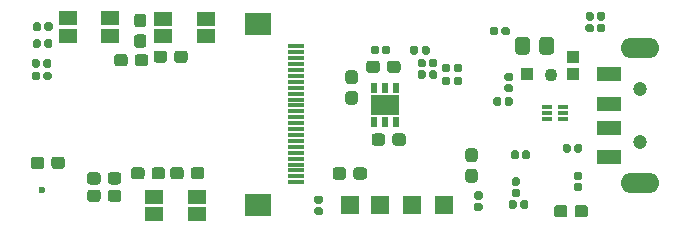
<source format=gbr>
G04 #@! TF.GenerationSoftware,KiCad,Pcbnew,(5.1.6)-1*
G04 #@! TF.CreationDate,2021-02-18T21:14:00+09:00*
G04 #@! TF.ProjectId,guardianCam_Wifi,67756172-6469-4616-9e43-616d5f576966,rev?*
G04 #@! TF.SameCoordinates,Original*
G04 #@! TF.FileFunction,Soldermask,Top*
G04 #@! TF.FilePolarity,Negative*
%FSLAX46Y46*%
G04 Gerber Fmt 4.6, Leading zero omitted, Abs format (unit mm)*
G04 Created by KiCad (PCBNEW (5.1.6)-1) date 2021-02-18 21:14:00*
%MOMM*%
%LPD*%
G01*
G04 APERTURE LIST*
%ADD10R,1.600000X1.600000*%
%ADD11C,1.100000*%
%ADD12R,1.100000X1.100000*%
%ADD13R,1.500000X1.150000*%
%ADD14R,0.912800X0.354000*%
%ADD15R,1.070000X1.100000*%
%ADD16R,0.500000X0.960000*%
%ADD17R,2.470000X1.730000*%
%ADD18C,0.600000*%
%ADD19R,2.300000X1.900000*%
%ADD20R,1.400000X0.400000*%
%ADD21R,2.100000X1.300000*%
%ADD22C,1.200000*%
%ADD23O,3.300000X1.700000*%
G04 APERTURE END LIST*
G36*
G01*
X84705000Y-88682500D02*
X84705000Y-89077500D01*
G75*
G02*
X84532500Y-89250000I-172500J0D01*
G01*
X84187500Y-89250000D01*
G75*
G02*
X84015000Y-89077500I0J172500D01*
G01*
X84015000Y-88682500D01*
G75*
G02*
X84187500Y-88510000I172500J0D01*
G01*
X84532500Y-88510000D01*
G75*
G02*
X84705000Y-88682500I0J-172500D01*
G01*
G37*
G36*
G01*
X85675000Y-88682500D02*
X85675000Y-89077500D01*
G75*
G02*
X85502500Y-89250000I-172500J0D01*
G01*
X85157500Y-89250000D01*
G75*
G02*
X84985000Y-89077500I0J172500D01*
G01*
X84985000Y-88682500D01*
G75*
G02*
X85157500Y-88510000I172500J0D01*
G01*
X85502500Y-88510000D01*
G75*
G02*
X85675000Y-88682500I0J-172500D01*
G01*
G37*
G36*
G01*
X84975000Y-88007500D02*
X84975000Y-87612500D01*
G75*
G02*
X85147500Y-87440000I172500J0D01*
G01*
X85492500Y-87440000D01*
G75*
G02*
X85665000Y-87612500I0J-172500D01*
G01*
X85665000Y-88007500D01*
G75*
G02*
X85492500Y-88180000I-172500J0D01*
G01*
X85147500Y-88180000D01*
G75*
G02*
X84975000Y-88007500I0J172500D01*
G01*
G37*
G36*
G01*
X84005000Y-88007500D02*
X84005000Y-87612500D01*
G75*
G02*
X84177500Y-87440000I172500J0D01*
G01*
X84522500Y-87440000D01*
G75*
G02*
X84695000Y-87612500I0J-172500D01*
G01*
X84695000Y-88007500D01*
G75*
G02*
X84522500Y-88180000I-172500J0D01*
G01*
X84177500Y-88180000D01*
G75*
G02*
X84005000Y-88007500I0J172500D01*
G01*
G37*
D10*
X118940000Y-99840000D03*
G36*
G01*
X84775000Y-85942500D02*
X84775000Y-86337500D01*
G75*
G02*
X84602500Y-86510000I-172500J0D01*
G01*
X84257500Y-86510000D01*
G75*
G02*
X84085000Y-86337500I0J172500D01*
G01*
X84085000Y-85942500D01*
G75*
G02*
X84257500Y-85770000I172500J0D01*
G01*
X84602500Y-85770000D01*
G75*
G02*
X84775000Y-85942500I0J-172500D01*
G01*
G37*
G36*
G01*
X85745000Y-85942500D02*
X85745000Y-86337500D01*
G75*
G02*
X85572500Y-86510000I-172500J0D01*
G01*
X85227500Y-86510000D01*
G75*
G02*
X85055000Y-86337500I0J172500D01*
G01*
X85055000Y-85942500D01*
G75*
G02*
X85227500Y-85770000I172500J0D01*
G01*
X85572500Y-85770000D01*
G75*
G02*
X85745000Y-85942500I0J-172500D01*
G01*
G37*
G36*
G01*
X131850000Y-85027500D02*
X131850000Y-84632500D01*
G75*
G02*
X132022500Y-84460000I172500J0D01*
G01*
X132367500Y-84460000D01*
G75*
G02*
X132540000Y-84632500I0J-172500D01*
G01*
X132540000Y-85027500D01*
G75*
G02*
X132367500Y-85200000I-172500J0D01*
G01*
X132022500Y-85200000D01*
G75*
G02*
X131850000Y-85027500I0J172500D01*
G01*
G37*
G36*
G01*
X130880000Y-85027500D02*
X130880000Y-84632500D01*
G75*
G02*
X131052500Y-84460000I172500J0D01*
G01*
X131397500Y-84460000D01*
G75*
G02*
X131570000Y-84632500I0J-172500D01*
G01*
X131570000Y-85027500D01*
G75*
G02*
X131397500Y-85200000I-172500J0D01*
G01*
X131052500Y-85200000D01*
G75*
G02*
X130880000Y-85027500I0J172500D01*
G01*
G37*
G36*
G01*
X85065000Y-84917500D02*
X85065000Y-84522500D01*
G75*
G02*
X85237500Y-84350000I172500J0D01*
G01*
X85582500Y-84350000D01*
G75*
G02*
X85755000Y-84522500I0J-172500D01*
G01*
X85755000Y-84917500D01*
G75*
G02*
X85582500Y-85090000I-172500J0D01*
G01*
X85237500Y-85090000D01*
G75*
G02*
X85065000Y-84917500I0J172500D01*
G01*
G37*
G36*
G01*
X84095000Y-84917500D02*
X84095000Y-84522500D01*
G75*
G02*
X84267500Y-84350000I172500J0D01*
G01*
X84612500Y-84350000D01*
G75*
G02*
X84785000Y-84522500I0J-172500D01*
G01*
X84785000Y-84917500D01*
G75*
G02*
X84612500Y-85090000I-172500J0D01*
G01*
X84267500Y-85090000D01*
G75*
G02*
X84095000Y-84917500I0J172500D01*
G01*
G37*
D11*
X127950000Y-88770000D03*
D12*
X125930000Y-88740000D03*
G36*
G01*
X131585000Y-83622500D02*
X131585000Y-84017500D01*
G75*
G02*
X131412500Y-84190000I-172500J0D01*
G01*
X131067500Y-84190000D01*
G75*
G02*
X130895000Y-84017500I0J172500D01*
G01*
X130895000Y-83622500D01*
G75*
G02*
X131067500Y-83450000I172500J0D01*
G01*
X131412500Y-83450000D01*
G75*
G02*
X131585000Y-83622500I0J-172500D01*
G01*
G37*
G36*
G01*
X132555000Y-83622500D02*
X132555000Y-84017500D01*
G75*
G02*
X132382500Y-84190000I-172500J0D01*
G01*
X132037500Y-84190000D01*
G75*
G02*
X131865000Y-84017500I0J172500D01*
G01*
X131865000Y-83622500D01*
G75*
G02*
X132037500Y-83450000I172500J0D01*
G01*
X132382500Y-83450000D01*
G75*
G02*
X132555000Y-83622500I0J-172500D01*
G01*
G37*
G36*
G01*
X123760000Y-90852500D02*
X123760000Y-91247500D01*
G75*
G02*
X123587500Y-91420000I-172500J0D01*
G01*
X123242500Y-91420000D01*
G75*
G02*
X123070000Y-91247500I0J172500D01*
G01*
X123070000Y-90852500D01*
G75*
G02*
X123242500Y-90680000I172500J0D01*
G01*
X123587500Y-90680000D01*
G75*
G02*
X123760000Y-90852500I0J-172500D01*
G01*
G37*
G36*
G01*
X124730000Y-90852500D02*
X124730000Y-91247500D01*
G75*
G02*
X124557500Y-91420000I-172500J0D01*
G01*
X124212500Y-91420000D01*
G75*
G02*
X124040000Y-91247500I0J172500D01*
G01*
X124040000Y-90852500D01*
G75*
G02*
X124212500Y-90680000I172500J0D01*
G01*
X124557500Y-90680000D01*
G75*
G02*
X124730000Y-90852500I0J-172500D01*
G01*
G37*
G36*
G01*
X124192500Y-89585000D02*
X124587500Y-89585000D01*
G75*
G02*
X124760000Y-89757500I0J-172500D01*
G01*
X124760000Y-90102500D01*
G75*
G02*
X124587500Y-90275000I-172500J0D01*
G01*
X124192500Y-90275000D01*
G75*
G02*
X124020000Y-90102500I0J172500D01*
G01*
X124020000Y-89757500D01*
G75*
G02*
X124192500Y-89585000I172500J0D01*
G01*
G37*
G36*
G01*
X124192500Y-88615000D02*
X124587500Y-88615000D01*
G75*
G02*
X124760000Y-88787500I0J-172500D01*
G01*
X124760000Y-89132500D01*
G75*
G02*
X124587500Y-89305000I-172500J0D01*
G01*
X124192500Y-89305000D01*
G75*
G02*
X124020000Y-89132500I0J172500D01*
G01*
X124020000Y-88787500D01*
G75*
G02*
X124192500Y-88615000I172500J0D01*
G01*
G37*
G36*
G01*
X117355000Y-88562500D02*
X117355000Y-88957500D01*
G75*
G02*
X117182500Y-89130000I-172500J0D01*
G01*
X116837500Y-89130000D01*
G75*
G02*
X116665000Y-88957500I0J172500D01*
G01*
X116665000Y-88562500D01*
G75*
G02*
X116837500Y-88390000I172500J0D01*
G01*
X117182500Y-88390000D01*
G75*
G02*
X117355000Y-88562500I0J-172500D01*
G01*
G37*
G36*
G01*
X118325000Y-88562500D02*
X118325000Y-88957500D01*
G75*
G02*
X118152500Y-89130000I-172500J0D01*
G01*
X117807500Y-89130000D01*
G75*
G02*
X117635000Y-88957500I0J172500D01*
G01*
X117635000Y-88562500D01*
G75*
G02*
X117807500Y-88390000I172500J0D01*
G01*
X118152500Y-88390000D01*
G75*
G02*
X118325000Y-88562500I0J-172500D01*
G01*
G37*
G36*
G01*
X117355000Y-87592500D02*
X117355000Y-87987500D01*
G75*
G02*
X117182500Y-88160000I-172500J0D01*
G01*
X116837500Y-88160000D01*
G75*
G02*
X116665000Y-87987500I0J172500D01*
G01*
X116665000Y-87592500D01*
G75*
G02*
X116837500Y-87420000I172500J0D01*
G01*
X117182500Y-87420000D01*
G75*
G02*
X117355000Y-87592500I0J-172500D01*
G01*
G37*
G36*
G01*
X118325000Y-87592500D02*
X118325000Y-87987500D01*
G75*
G02*
X118152500Y-88160000I-172500J0D01*
G01*
X117807500Y-88160000D01*
G75*
G02*
X117635000Y-87987500I0J172500D01*
G01*
X117635000Y-87592500D01*
G75*
G02*
X117807500Y-87420000I172500J0D01*
G01*
X118152500Y-87420000D01*
G75*
G02*
X118325000Y-87592500I0J-172500D01*
G01*
G37*
G36*
G01*
X119720000Y-88397500D02*
X119720000Y-88002500D01*
G75*
G02*
X119892500Y-87830000I172500J0D01*
G01*
X120237500Y-87830000D01*
G75*
G02*
X120410000Y-88002500I0J-172500D01*
G01*
X120410000Y-88397500D01*
G75*
G02*
X120237500Y-88570000I-172500J0D01*
G01*
X119892500Y-88570000D01*
G75*
G02*
X119720000Y-88397500I0J172500D01*
G01*
G37*
G36*
G01*
X118750000Y-88397500D02*
X118750000Y-88002500D01*
G75*
G02*
X118922500Y-87830000I172500J0D01*
G01*
X119267500Y-87830000D01*
G75*
G02*
X119440000Y-88002500I0J-172500D01*
G01*
X119440000Y-88397500D01*
G75*
G02*
X119267500Y-88570000I-172500J0D01*
G01*
X118922500Y-88570000D01*
G75*
G02*
X118750000Y-88397500I0J172500D01*
G01*
G37*
G36*
G01*
X119720000Y-89497500D02*
X119720000Y-89102500D01*
G75*
G02*
X119892500Y-88930000I172500J0D01*
G01*
X120237500Y-88930000D01*
G75*
G02*
X120410000Y-89102500I0J-172500D01*
G01*
X120410000Y-89497500D01*
G75*
G02*
X120237500Y-89670000I-172500J0D01*
G01*
X119892500Y-89670000D01*
G75*
G02*
X119720000Y-89497500I0J172500D01*
G01*
G37*
G36*
G01*
X118750000Y-89497500D02*
X118750000Y-89102500D01*
G75*
G02*
X118922500Y-88930000I172500J0D01*
G01*
X119267500Y-88930000D01*
G75*
G02*
X119440000Y-89102500I0J-172500D01*
G01*
X119440000Y-89497500D01*
G75*
G02*
X119267500Y-89670000I-172500J0D01*
G01*
X118922500Y-89670000D01*
G75*
G02*
X118750000Y-89497500I0J172500D01*
G01*
G37*
G36*
G01*
X117000000Y-86897500D02*
X117000000Y-86502500D01*
G75*
G02*
X117172500Y-86330000I172500J0D01*
G01*
X117517500Y-86330000D01*
G75*
G02*
X117690000Y-86502500I0J-172500D01*
G01*
X117690000Y-86897500D01*
G75*
G02*
X117517500Y-87070000I-172500J0D01*
G01*
X117172500Y-87070000D01*
G75*
G02*
X117000000Y-86897500I0J172500D01*
G01*
G37*
G36*
G01*
X116030000Y-86897500D02*
X116030000Y-86502500D01*
G75*
G02*
X116202500Y-86330000I172500J0D01*
G01*
X116547500Y-86330000D01*
G75*
G02*
X116720000Y-86502500I0J-172500D01*
G01*
X116720000Y-86897500D01*
G75*
G02*
X116547500Y-87070000I-172500J0D01*
G01*
X116202500Y-87070000D01*
G75*
G02*
X116030000Y-86897500I0J172500D01*
G01*
G37*
G36*
G01*
X108092500Y-99980000D02*
X108487500Y-99980000D01*
G75*
G02*
X108660000Y-100152500I0J-172500D01*
G01*
X108660000Y-100497500D01*
G75*
G02*
X108487500Y-100670000I-172500J0D01*
G01*
X108092500Y-100670000D01*
G75*
G02*
X107920000Y-100497500I0J172500D01*
G01*
X107920000Y-100152500D01*
G75*
G02*
X108092500Y-99980000I172500J0D01*
G01*
G37*
G36*
G01*
X108092500Y-99010000D02*
X108487500Y-99010000D01*
G75*
G02*
X108660000Y-99182500I0J-172500D01*
G01*
X108660000Y-99527500D01*
G75*
G02*
X108487500Y-99700000I-172500J0D01*
G01*
X108092500Y-99700000D01*
G75*
G02*
X107920000Y-99527500I0J172500D01*
G01*
X107920000Y-99182500D01*
G75*
G02*
X108092500Y-99010000I172500J0D01*
G01*
G37*
G36*
G01*
X121612500Y-99630000D02*
X122007500Y-99630000D01*
G75*
G02*
X122180000Y-99802500I0J-172500D01*
G01*
X122180000Y-100147500D01*
G75*
G02*
X122007500Y-100320000I-172500J0D01*
G01*
X121612500Y-100320000D01*
G75*
G02*
X121440000Y-100147500I0J172500D01*
G01*
X121440000Y-99802500D01*
G75*
G02*
X121612500Y-99630000I172500J0D01*
G01*
G37*
G36*
G01*
X121612500Y-98660000D02*
X122007500Y-98660000D01*
G75*
G02*
X122180000Y-98832500I0J-172500D01*
G01*
X122180000Y-99177500D01*
G75*
G02*
X122007500Y-99350000I-172500J0D01*
G01*
X121612500Y-99350000D01*
G75*
G02*
X121440000Y-99177500I0J172500D01*
G01*
X121440000Y-98832500D01*
G75*
G02*
X121612500Y-98660000I172500J0D01*
G01*
G37*
G36*
G01*
X123485000Y-84882500D02*
X123485000Y-85277500D01*
G75*
G02*
X123312500Y-85450000I-172500J0D01*
G01*
X122967500Y-85450000D01*
G75*
G02*
X122795000Y-85277500I0J172500D01*
G01*
X122795000Y-84882500D01*
G75*
G02*
X122967500Y-84710000I172500J0D01*
G01*
X123312500Y-84710000D01*
G75*
G02*
X123485000Y-84882500I0J-172500D01*
G01*
G37*
G36*
G01*
X124455000Y-84882500D02*
X124455000Y-85277500D01*
G75*
G02*
X124282500Y-85450000I-172500J0D01*
G01*
X123937500Y-85450000D01*
G75*
G02*
X123765000Y-85277500I0J172500D01*
G01*
X123765000Y-84882500D01*
G75*
G02*
X123937500Y-84710000I172500J0D01*
G01*
X124282500Y-84710000D01*
G75*
G02*
X124455000Y-84882500I0J-172500D01*
G01*
G37*
G36*
G01*
X113670000Y-86877500D02*
X113670000Y-86482500D01*
G75*
G02*
X113842500Y-86310000I172500J0D01*
G01*
X114187500Y-86310000D01*
G75*
G02*
X114360000Y-86482500I0J-172500D01*
G01*
X114360000Y-86877500D01*
G75*
G02*
X114187500Y-87050000I-172500J0D01*
G01*
X113842500Y-87050000D01*
G75*
G02*
X113670000Y-86877500I0J172500D01*
G01*
G37*
G36*
G01*
X112700000Y-86877500D02*
X112700000Y-86482500D01*
G75*
G02*
X112872500Y-86310000I172500J0D01*
G01*
X113217500Y-86310000D01*
G75*
G02*
X113390000Y-86482500I0J-172500D01*
G01*
X113390000Y-86877500D01*
G75*
G02*
X113217500Y-87050000I-172500J0D01*
G01*
X112872500Y-87050000D01*
G75*
G02*
X112700000Y-86877500I0J172500D01*
G01*
G37*
G36*
G01*
X130052500Y-97965000D02*
X130447500Y-97965000D01*
G75*
G02*
X130620000Y-98137500I0J-172500D01*
G01*
X130620000Y-98482500D01*
G75*
G02*
X130447500Y-98655000I-172500J0D01*
G01*
X130052500Y-98655000D01*
G75*
G02*
X129880000Y-98482500I0J172500D01*
G01*
X129880000Y-98137500D01*
G75*
G02*
X130052500Y-97965000I172500J0D01*
G01*
G37*
G36*
G01*
X130052500Y-96995000D02*
X130447500Y-96995000D01*
G75*
G02*
X130620000Y-97167500I0J-172500D01*
G01*
X130620000Y-97512500D01*
G75*
G02*
X130447500Y-97685000I-172500J0D01*
G01*
X130052500Y-97685000D01*
G75*
G02*
X129880000Y-97512500I0J172500D01*
G01*
X129880000Y-97167500D01*
G75*
G02*
X130052500Y-96995000I172500J0D01*
G01*
G37*
D10*
X116150000Y-99800000D03*
X113520000Y-99780000D03*
X110920000Y-99790000D03*
G36*
G01*
X125235000Y-95362500D02*
X125235000Y-95757500D01*
G75*
G02*
X125062500Y-95930000I-172500J0D01*
G01*
X124717500Y-95930000D01*
G75*
G02*
X124545000Y-95757500I0J172500D01*
G01*
X124545000Y-95362500D01*
G75*
G02*
X124717500Y-95190000I172500J0D01*
G01*
X125062500Y-95190000D01*
G75*
G02*
X125235000Y-95362500I0J-172500D01*
G01*
G37*
G36*
G01*
X126205000Y-95362500D02*
X126205000Y-95757500D01*
G75*
G02*
X126032500Y-95930000I-172500J0D01*
G01*
X125687500Y-95930000D01*
G75*
G02*
X125515000Y-95757500I0J172500D01*
G01*
X125515000Y-95362500D01*
G75*
G02*
X125687500Y-95190000I172500J0D01*
G01*
X126032500Y-95190000D01*
G75*
G02*
X126205000Y-95362500I0J-172500D01*
G01*
G37*
G36*
G01*
X125187500Y-98165000D02*
X124792500Y-98165000D01*
G75*
G02*
X124620000Y-97992500I0J172500D01*
G01*
X124620000Y-97647500D01*
G75*
G02*
X124792500Y-97475000I172500J0D01*
G01*
X125187500Y-97475000D01*
G75*
G02*
X125360000Y-97647500I0J-172500D01*
G01*
X125360000Y-97992500D01*
G75*
G02*
X125187500Y-98165000I-172500J0D01*
G01*
G37*
G36*
G01*
X125187500Y-99135000D02*
X124792500Y-99135000D01*
G75*
G02*
X124620000Y-98962500I0J172500D01*
G01*
X124620000Y-98617500D01*
G75*
G02*
X124792500Y-98445000I172500J0D01*
G01*
X125187500Y-98445000D01*
G75*
G02*
X125360000Y-98617500I0J-172500D01*
G01*
X125360000Y-98962500D01*
G75*
G02*
X125187500Y-99135000I-172500J0D01*
G01*
G37*
G36*
G01*
X125065000Y-99572500D02*
X125065000Y-99967500D01*
G75*
G02*
X124892500Y-100140000I-172500J0D01*
G01*
X124547500Y-100140000D01*
G75*
G02*
X124375000Y-99967500I0J172500D01*
G01*
X124375000Y-99572500D01*
G75*
G02*
X124547500Y-99400000I172500J0D01*
G01*
X124892500Y-99400000D01*
G75*
G02*
X125065000Y-99572500I0J-172500D01*
G01*
G37*
G36*
G01*
X126035000Y-99572500D02*
X126035000Y-99967500D01*
G75*
G02*
X125862500Y-100140000I-172500J0D01*
G01*
X125517500Y-100140000D01*
G75*
G02*
X125345000Y-99967500I0J172500D01*
G01*
X125345000Y-99572500D01*
G75*
G02*
X125517500Y-99400000I172500J0D01*
G01*
X125862500Y-99400000D01*
G75*
G02*
X126035000Y-99572500I0J-172500D01*
G01*
G37*
G36*
G01*
X129635000Y-94802500D02*
X129635000Y-95197500D01*
G75*
G02*
X129462500Y-95370000I-172500J0D01*
G01*
X129117500Y-95370000D01*
G75*
G02*
X128945000Y-95197500I0J172500D01*
G01*
X128945000Y-94802500D01*
G75*
G02*
X129117500Y-94630000I172500J0D01*
G01*
X129462500Y-94630000D01*
G75*
G02*
X129635000Y-94802500I0J-172500D01*
G01*
G37*
G36*
G01*
X130605000Y-94802500D02*
X130605000Y-95197500D01*
G75*
G02*
X130432500Y-95370000I-172500J0D01*
G01*
X130087500Y-95370000D01*
G75*
G02*
X129915000Y-95197500I0J172500D01*
G01*
X129915000Y-94802500D01*
G75*
G02*
X130087500Y-94630000I172500J0D01*
G01*
X130432500Y-94630000D01*
G75*
G02*
X130605000Y-94802500I0J-172500D01*
G01*
G37*
D13*
X98710000Y-85510000D03*
X95110000Y-85510000D03*
X98710000Y-84060000D03*
X95110000Y-84060000D03*
G36*
G01*
X92120000Y-87287500D02*
X92120000Y-87812500D01*
G75*
G02*
X91857500Y-88075000I-262500J0D01*
G01*
X91232500Y-88075000D01*
G75*
G02*
X90970000Y-87812500I0J262500D01*
G01*
X90970000Y-87287500D01*
G75*
G02*
X91232500Y-87025000I262500J0D01*
G01*
X91857500Y-87025000D01*
G75*
G02*
X92120000Y-87287500I0J-262500D01*
G01*
G37*
G36*
G01*
X93870000Y-87287500D02*
X93870000Y-87812500D01*
G75*
G02*
X93607500Y-88075000I-262500J0D01*
G01*
X92982500Y-88075000D01*
G75*
G02*
X92720000Y-87812500I0J262500D01*
G01*
X92720000Y-87287500D01*
G75*
G02*
X92982500Y-87025000I262500J0D01*
G01*
X93607500Y-87025000D01*
G75*
G02*
X93870000Y-87287500I0J-262500D01*
G01*
G37*
G36*
G01*
X92917500Y-85360000D02*
X93442500Y-85360000D01*
G75*
G02*
X93705000Y-85622500I0J-262500D01*
G01*
X93705000Y-86247500D01*
G75*
G02*
X93442500Y-86510000I-262500J0D01*
G01*
X92917500Y-86510000D01*
G75*
G02*
X92655000Y-86247500I0J262500D01*
G01*
X92655000Y-85622500D01*
G75*
G02*
X92917500Y-85360000I262500J0D01*
G01*
G37*
G36*
G01*
X92917500Y-83610000D02*
X93442500Y-83610000D01*
G75*
G02*
X93705000Y-83872500I0J-262500D01*
G01*
X93705000Y-84497500D01*
G75*
G02*
X93442500Y-84760000I-262500J0D01*
G01*
X92917500Y-84760000D01*
G75*
G02*
X92655000Y-84497500I0J262500D01*
G01*
X92655000Y-83872500D01*
G75*
G02*
X92917500Y-83610000I262500J0D01*
G01*
G37*
G36*
G01*
X96055000Y-87512500D02*
X96055000Y-86987500D01*
G75*
G02*
X96317500Y-86725000I262500J0D01*
G01*
X96942500Y-86725000D01*
G75*
G02*
X97205000Y-86987500I0J-262500D01*
G01*
X97205000Y-87512500D01*
G75*
G02*
X96942500Y-87775000I-262500J0D01*
G01*
X96317500Y-87775000D01*
G75*
G02*
X96055000Y-87512500I0J262500D01*
G01*
G37*
G36*
G01*
X94305000Y-87512500D02*
X94305000Y-86987500D01*
G75*
G02*
X94567500Y-86725000I262500J0D01*
G01*
X95192500Y-86725000D01*
G75*
G02*
X95455000Y-86987500I0J-262500D01*
G01*
X95455000Y-87512500D01*
G75*
G02*
X95192500Y-87775000I-262500J0D01*
G01*
X94567500Y-87775000D01*
G75*
G02*
X94305000Y-87512500I0J262500D01*
G01*
G37*
G36*
G01*
X97465000Y-97372500D02*
X97465000Y-96847500D01*
G75*
G02*
X97727500Y-96585000I262500J0D01*
G01*
X98352500Y-96585000D01*
G75*
G02*
X98615000Y-96847500I0J-262500D01*
G01*
X98615000Y-97372500D01*
G75*
G02*
X98352500Y-97635000I-262500J0D01*
G01*
X97727500Y-97635000D01*
G75*
G02*
X97465000Y-97372500I0J262500D01*
G01*
G37*
G36*
G01*
X95715000Y-97372500D02*
X95715000Y-96847500D01*
G75*
G02*
X95977500Y-96585000I262500J0D01*
G01*
X96602500Y-96585000D01*
G75*
G02*
X96865000Y-96847500I0J-262500D01*
G01*
X96865000Y-97372500D01*
G75*
G02*
X96602500Y-97635000I-262500J0D01*
G01*
X95977500Y-97635000D01*
G75*
G02*
X95715000Y-97372500I0J262500D01*
G01*
G37*
G36*
G01*
X93545000Y-96857500D02*
X93545000Y-97382500D01*
G75*
G02*
X93282500Y-97645000I-262500J0D01*
G01*
X92657500Y-97645000D01*
G75*
G02*
X92395000Y-97382500I0J262500D01*
G01*
X92395000Y-96857500D01*
G75*
G02*
X92657500Y-96595000I262500J0D01*
G01*
X93282500Y-96595000D01*
G75*
G02*
X93545000Y-96857500I0J-262500D01*
G01*
G37*
G36*
G01*
X95295000Y-96857500D02*
X95295000Y-97382500D01*
G75*
G02*
X95032500Y-97645000I-262500J0D01*
G01*
X94407500Y-97645000D01*
G75*
G02*
X94145000Y-97382500I0J262500D01*
G01*
X94145000Y-96857500D01*
G75*
G02*
X94407500Y-96595000I262500J0D01*
G01*
X95032500Y-96595000D01*
G75*
G02*
X95295000Y-96857500I0J-262500D01*
G01*
G37*
X90630000Y-85455000D03*
X87030000Y-85455000D03*
X90630000Y-84005000D03*
X87030000Y-84005000D03*
X94370000Y-99090000D03*
X97970000Y-99090000D03*
X94370000Y-100540000D03*
X97970000Y-100540000D03*
D14*
X128973100Y-92529999D03*
X128973100Y-92030000D03*
X128973100Y-91530001D03*
X127626900Y-91530001D03*
X127626900Y-92030000D03*
X127626900Y-92529999D03*
D15*
X129790000Y-87235000D03*
X129790000Y-88705000D03*
G36*
G01*
X126170000Y-85851738D02*
X126170000Y-86808262D01*
G75*
G02*
X125898262Y-87080000I-271738J0D01*
G01*
X125191738Y-87080000D01*
G75*
G02*
X124920000Y-86808262I0J271738D01*
G01*
X124920000Y-85851738D01*
G75*
G02*
X125191738Y-85580000I271738J0D01*
G01*
X125898262Y-85580000D01*
G75*
G02*
X126170000Y-85851738I0J-271738D01*
G01*
G37*
G36*
G01*
X128220000Y-85851738D02*
X128220000Y-86808262D01*
G75*
G02*
X127948262Y-87080000I-271738J0D01*
G01*
X127241738Y-87080000D01*
G75*
G02*
X126970000Y-86808262I0J271738D01*
G01*
X126970000Y-85851738D01*
G75*
G02*
X127241738Y-85580000I271738J0D01*
G01*
X127948262Y-85580000D01*
G75*
G02*
X128220000Y-85851738I0J-271738D01*
G01*
G37*
D16*
X112940000Y-92775000D03*
X113890000Y-92775000D03*
X114840000Y-92775000D03*
X114840000Y-89905000D03*
X113890000Y-89905000D03*
X112940000Y-89905000D03*
D17*
X113890000Y-91340000D03*
G36*
G01*
X85055000Y-95977500D02*
X85055000Y-96502500D01*
G75*
G02*
X84792500Y-96765000I-262500J0D01*
G01*
X84167500Y-96765000D01*
G75*
G02*
X83905000Y-96502500I0J262500D01*
G01*
X83905000Y-95977500D01*
G75*
G02*
X84167500Y-95715000I262500J0D01*
G01*
X84792500Y-95715000D01*
G75*
G02*
X85055000Y-95977500I0J-262500D01*
G01*
G37*
G36*
G01*
X86805000Y-95977500D02*
X86805000Y-96502500D01*
G75*
G02*
X86542500Y-96765000I-262500J0D01*
G01*
X85917500Y-96765000D01*
G75*
G02*
X85655000Y-96502500I0J262500D01*
G01*
X85655000Y-95977500D01*
G75*
G02*
X85917500Y-95715000I262500J0D01*
G01*
X86542500Y-95715000D01*
G75*
G02*
X86805000Y-95977500I0J-262500D01*
G01*
G37*
D18*
X84840000Y-98530000D03*
D19*
X103130000Y-84480000D03*
X103130000Y-99780000D03*
D20*
X106380000Y-97880000D03*
X106380000Y-97380000D03*
X106380000Y-96880000D03*
X106380000Y-96380000D03*
X106380000Y-95880000D03*
X106380000Y-95380000D03*
X106380000Y-94880000D03*
X106380000Y-94380000D03*
X106380000Y-93880000D03*
X106380000Y-93380000D03*
X106380000Y-92880000D03*
X106380000Y-92380000D03*
X106380000Y-91880000D03*
X106380000Y-91380000D03*
X106380000Y-90880000D03*
X106380000Y-90380000D03*
X106380000Y-89880000D03*
X106380000Y-89380000D03*
X106380000Y-88880000D03*
X106380000Y-88380000D03*
X106380000Y-87880000D03*
X106380000Y-87380000D03*
X106380000Y-86880000D03*
X106380000Y-86380000D03*
D21*
X132860000Y-95750000D03*
X132860000Y-88750000D03*
X132860000Y-93250000D03*
X132860000Y-91250000D03*
D22*
X135460000Y-94500000D03*
X135460000Y-90000000D03*
D23*
X135460000Y-97950000D03*
X135460000Y-86550000D03*
G36*
G01*
X110817500Y-90160000D02*
X111342500Y-90160000D01*
G75*
G02*
X111605000Y-90422500I0J-262500D01*
G01*
X111605000Y-91047500D01*
G75*
G02*
X111342500Y-91310000I-262500J0D01*
G01*
X110817500Y-91310000D01*
G75*
G02*
X110555000Y-91047500I0J262500D01*
G01*
X110555000Y-90422500D01*
G75*
G02*
X110817500Y-90160000I262500J0D01*
G01*
G37*
G36*
G01*
X110817500Y-88410000D02*
X111342500Y-88410000D01*
G75*
G02*
X111605000Y-88672500I0J-262500D01*
G01*
X111605000Y-89297500D01*
G75*
G02*
X111342500Y-89560000I-262500J0D01*
G01*
X110817500Y-89560000D01*
G75*
G02*
X110555000Y-89297500I0J262500D01*
G01*
X110555000Y-88672500D01*
G75*
G02*
X110817500Y-88410000I262500J0D01*
G01*
G37*
G36*
G01*
X114525000Y-94532500D02*
X114525000Y-94007500D01*
G75*
G02*
X114787500Y-93745000I262500J0D01*
G01*
X115412500Y-93745000D01*
G75*
G02*
X115675000Y-94007500I0J-262500D01*
G01*
X115675000Y-94532500D01*
G75*
G02*
X115412500Y-94795000I-262500J0D01*
G01*
X114787500Y-94795000D01*
G75*
G02*
X114525000Y-94532500I0J262500D01*
G01*
G37*
G36*
G01*
X112775000Y-94532500D02*
X112775000Y-94007500D01*
G75*
G02*
X113037500Y-93745000I262500J0D01*
G01*
X113662500Y-93745000D01*
G75*
G02*
X113925000Y-94007500I0J-262500D01*
G01*
X113925000Y-94532500D01*
G75*
G02*
X113662500Y-94795000I-262500J0D01*
G01*
X113037500Y-94795000D01*
G75*
G02*
X112775000Y-94532500I0J262500D01*
G01*
G37*
G36*
G01*
X89835000Y-98767500D02*
X89835000Y-99292500D01*
G75*
G02*
X89572500Y-99555000I-262500J0D01*
G01*
X88947500Y-99555000D01*
G75*
G02*
X88685000Y-99292500I0J262500D01*
G01*
X88685000Y-98767500D01*
G75*
G02*
X88947500Y-98505000I262500J0D01*
G01*
X89572500Y-98505000D01*
G75*
G02*
X89835000Y-98767500I0J-262500D01*
G01*
G37*
G36*
G01*
X91585000Y-98767500D02*
X91585000Y-99292500D01*
G75*
G02*
X91322500Y-99555000I-262500J0D01*
G01*
X90697500Y-99555000D01*
G75*
G02*
X90435000Y-99292500I0J262500D01*
G01*
X90435000Y-98767500D01*
G75*
G02*
X90697500Y-98505000I262500J0D01*
G01*
X91322500Y-98505000D01*
G75*
G02*
X91585000Y-98767500I0J-262500D01*
G01*
G37*
G36*
G01*
X89825000Y-97287500D02*
X89825000Y-97812500D01*
G75*
G02*
X89562500Y-98075000I-262500J0D01*
G01*
X88937500Y-98075000D01*
G75*
G02*
X88675000Y-97812500I0J262500D01*
G01*
X88675000Y-97287500D01*
G75*
G02*
X88937500Y-97025000I262500J0D01*
G01*
X89562500Y-97025000D01*
G75*
G02*
X89825000Y-97287500I0J-262500D01*
G01*
G37*
G36*
G01*
X91575000Y-97287500D02*
X91575000Y-97812500D01*
G75*
G02*
X91312500Y-98075000I-262500J0D01*
G01*
X90687500Y-98075000D01*
G75*
G02*
X90425000Y-97812500I0J262500D01*
G01*
X90425000Y-97287500D01*
G75*
G02*
X90687500Y-97025000I262500J0D01*
G01*
X91312500Y-97025000D01*
G75*
G02*
X91575000Y-97287500I0J-262500D01*
G01*
G37*
G36*
G01*
X129953000Y-100592500D02*
X129953000Y-100067500D01*
G75*
G02*
X130215500Y-99805000I262500J0D01*
G01*
X130840500Y-99805000D01*
G75*
G02*
X131103000Y-100067500I0J-262500D01*
G01*
X131103000Y-100592500D01*
G75*
G02*
X130840500Y-100855000I-262500J0D01*
G01*
X130215500Y-100855000D01*
G75*
G02*
X129953000Y-100592500I0J262500D01*
G01*
G37*
G36*
G01*
X128203000Y-100592500D02*
X128203000Y-100067500D01*
G75*
G02*
X128465500Y-99805000I262500J0D01*
G01*
X129090500Y-99805000D01*
G75*
G02*
X129353000Y-100067500I0J-262500D01*
G01*
X129353000Y-100592500D01*
G75*
G02*
X129090500Y-100855000I-262500J0D01*
G01*
X128465500Y-100855000D01*
G75*
G02*
X128203000Y-100592500I0J262500D01*
G01*
G37*
G36*
G01*
X114070000Y-88372500D02*
X114070000Y-87847500D01*
G75*
G02*
X114332500Y-87585000I262500J0D01*
G01*
X114957500Y-87585000D01*
G75*
G02*
X115220000Y-87847500I0J-262500D01*
G01*
X115220000Y-88372500D01*
G75*
G02*
X114957500Y-88635000I-262500J0D01*
G01*
X114332500Y-88635000D01*
G75*
G02*
X114070000Y-88372500I0J262500D01*
G01*
G37*
G36*
G01*
X112320000Y-88372500D02*
X112320000Y-87847500D01*
G75*
G02*
X112582500Y-87585000I262500J0D01*
G01*
X113207500Y-87585000D01*
G75*
G02*
X113470000Y-87847500I0J-262500D01*
G01*
X113470000Y-88372500D01*
G75*
G02*
X113207500Y-88635000I-262500J0D01*
G01*
X112582500Y-88635000D01*
G75*
G02*
X112320000Y-88372500I0J262500D01*
G01*
G37*
G36*
G01*
X111225000Y-97402500D02*
X111225000Y-96877500D01*
G75*
G02*
X111487500Y-96615000I262500J0D01*
G01*
X112112500Y-96615000D01*
G75*
G02*
X112375000Y-96877500I0J-262500D01*
G01*
X112375000Y-97402500D01*
G75*
G02*
X112112500Y-97665000I-262500J0D01*
G01*
X111487500Y-97665000D01*
G75*
G02*
X111225000Y-97402500I0J262500D01*
G01*
G37*
G36*
G01*
X109475000Y-97402500D02*
X109475000Y-96877500D01*
G75*
G02*
X109737500Y-96615000I262500J0D01*
G01*
X110362500Y-96615000D01*
G75*
G02*
X110625000Y-96877500I0J-262500D01*
G01*
X110625000Y-97402500D01*
G75*
G02*
X110362500Y-97665000I-262500J0D01*
G01*
X109737500Y-97665000D01*
G75*
G02*
X109475000Y-97402500I0J262500D01*
G01*
G37*
G36*
G01*
X120967500Y-96755000D02*
X121492500Y-96755000D01*
G75*
G02*
X121755000Y-97017500I0J-262500D01*
G01*
X121755000Y-97642500D01*
G75*
G02*
X121492500Y-97905000I-262500J0D01*
G01*
X120967500Y-97905000D01*
G75*
G02*
X120705000Y-97642500I0J262500D01*
G01*
X120705000Y-97017500D01*
G75*
G02*
X120967500Y-96755000I262500J0D01*
G01*
G37*
G36*
G01*
X120967500Y-95005000D02*
X121492500Y-95005000D01*
G75*
G02*
X121755000Y-95267500I0J-262500D01*
G01*
X121755000Y-95892500D01*
G75*
G02*
X121492500Y-96155000I-262500J0D01*
G01*
X120967500Y-96155000D01*
G75*
G02*
X120705000Y-95892500I0J262500D01*
G01*
X120705000Y-95267500D01*
G75*
G02*
X120967500Y-95005000I262500J0D01*
G01*
G37*
M02*

</source>
